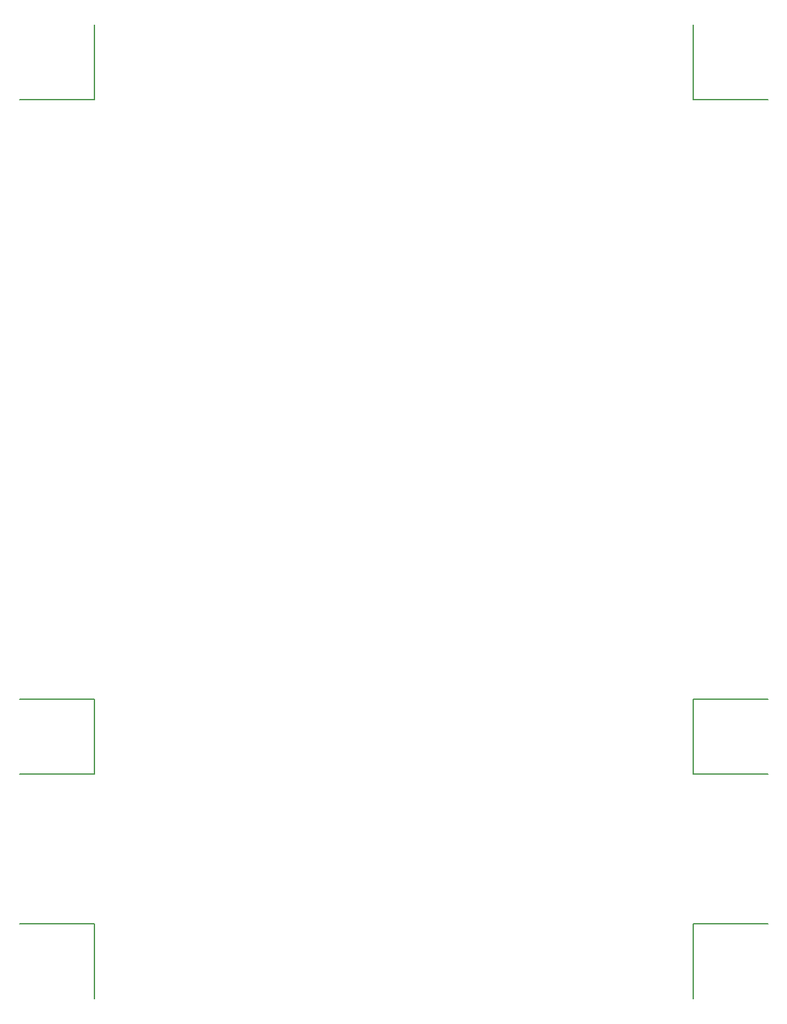
<source format=gbr>
G04 (created by PCBNEW (2013-mar-13)-testing) date Tue 15 Oct 2013 18:56:25 BST*
%MOIN*%
G04 Gerber Fmt 3.4, Leading zero omitted, Abs format*
%FSLAX34Y34*%
G01*
G70*
G90*
G04 APERTURE LIST*
%ADD10C,0.005906*%
%ADD11C,0.007874*%
G04 APERTURE END LIST*
G54D10*
G54D11*
X8661Y-51968D02*
X8661Y-55905D01*
X4724Y-51968D02*
X8661Y-51968D01*
X40157Y-44094D02*
X44094Y-44094D01*
X8661Y-44094D02*
X4724Y-44094D01*
X8661Y-40157D02*
X8661Y-44094D01*
X4724Y-40157D02*
X8661Y-40157D01*
X8661Y-8661D02*
X8661Y-4724D01*
X4724Y-8661D02*
X8661Y-8661D01*
X40157Y-8661D02*
X40157Y-4724D01*
X44094Y-8661D02*
X40157Y-8661D01*
X40157Y-40157D02*
X44094Y-40157D01*
X40157Y-40157D02*
X40157Y-44094D01*
X40157Y-51968D02*
X40157Y-55905D01*
X44094Y-51968D02*
X40157Y-51968D01*
M02*

</source>
